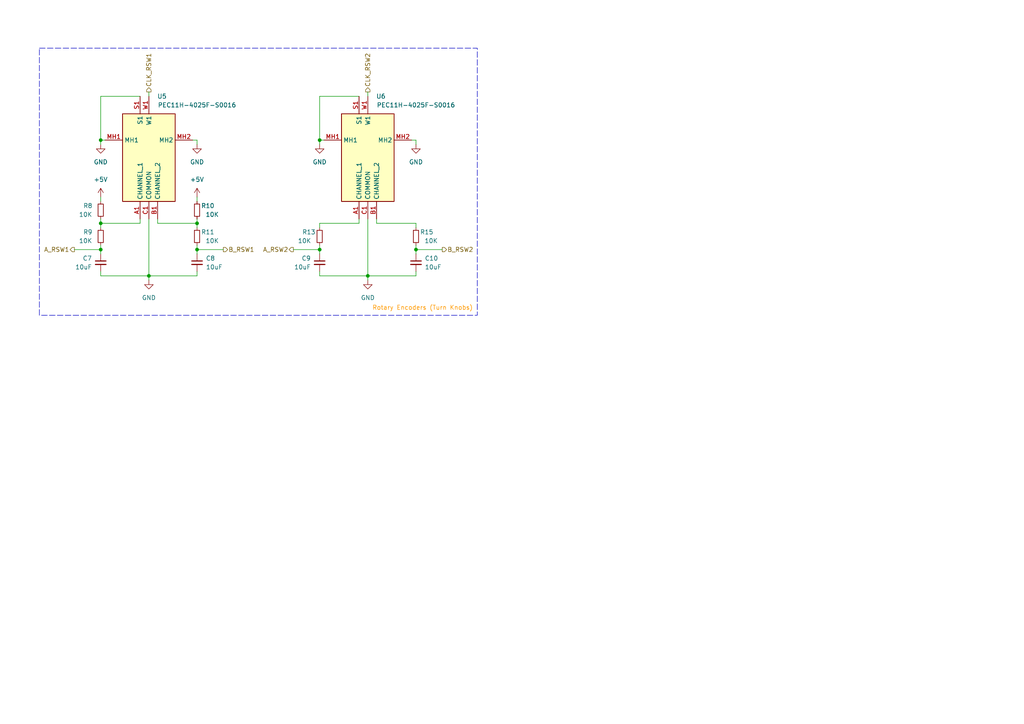
<source format=kicad_sch>
(kicad_sch (version 20230121) (generator eeschema)
  (paper "A4")
  (lib_symbols
    (symbol "Adam_Custom_Symbol_Bourns_PEC11H-4025F-S0016:PEC11H-4025F-S0016"
      (property "Reference" "U" (at 21.59 12.7 0))
      (property "Value" "PEC11H-4025F-S0016" (at 21.59 10.16 0))
      (symbol "PEC11H-4025F-S0016_1_1"
        (rectangle (start 5.08 7.62) (end 20.32 -17.78) (stroke (width 0.254)) (fill (type background)))
        (pin passive line (at 10.16 -22.86 90) (length 5.08) (name "CHANNEL_1") (number "A1"))
        (pin passive line (at 15.24 -22.86 90) (length 5.08) (name "CHANNEL_2") (number "B1"))
        (pin passive line (at 12.7 -22.86 90) (length 5.08) (name "COMMON") (number "C1"))
        (pin passive line (at 0 0 0) (length 5.08) (name "MH1") (number "MH1"))
        (pin passive line (at 25.4 0 180) (length 5.08) (name "MH2") (number "MH2"))
        (pin passive line (at 10.16 12.7 270) (length 5.08) (name "S1") (number "S1"))
        (pin passive line (at 12.7 12.7 270) (length 5.08) (name "W1") (number "W1"))
      )
    )
    (symbol "Device:C_Small" (pin_numbers hide) (pin_names (offset 0.254) hide)
      (property "Reference" "C" (at 0.254 1.778 0))
      (property "Value" "C_Small" (at 0.254 -2.032 0))
      (symbol "C_Small_0_1"
        (polyline (pts (xy -1.524 -0.508) (xy 1.524 -0.508)) (stroke (width 0.3302)))
        (polyline (pts (xy -1.524 0.508) (xy 1.524 0.508)) (stroke (width 0.3048)))
      )
      (symbol "C_Small_1_1"
        (pin passive line (at 0 2.54 270) (length 2.032) (name "~") (number "1"))
        (pin passive line (at 0 -2.54 90) (length 2.032) (name "~") (number "2"))
      )
    )
    (symbol "Device:R_Small" (pin_numbers hide) (pin_names (offset 0.254) hide)
      (property "Reference" "R" (at 0.762 0.508 0))
      (property "Value" "R_Small" (at 0.762 -1.016 0))
      (symbol "R_Small_0_1"
        (rectangle (start -0.762 1.778) (end 0.762 -1.778) (stroke (width 0.2032)))
      )
      (symbol "R_Small_1_1"
        (pin passive line (at 0 2.54 270) (length 0.762) (name "~") (number "1"))
        (pin passive line (at 0 -2.54 90) (length 0.762) (name "~") (number "2"))
      )
    )
    (symbol "power:+5V" (power) (pin_names (offset 0))
      (property "Value" "+5V" (at 0 3.556 0))
      (symbol "+5V_0_1"
        (polyline (pts (xy -0.762 1.27) (xy 0 2.54)))
        (polyline (pts (xy 0 0) (xy 0 2.54)))
        (polyline (pts (xy 0 2.54) (xy 0.762 1.27)))
      )
      (symbol "+5V_1_1"
        (pin power_in line (at 0 0 90) (length 0) hide (name "+5V") (number "1"))
      )
    )
    (symbol "power:GND" (power) (pin_names (offset 0))
      (property "Value" "GND" (at 0 -3.81 0))
      (symbol "GND_0_1"
        (polyline (pts (xy 0 0) (xy 0 -1.27) (xy 1.27 -1.27) (xy 0 -2.54) (xy -1.27 -1.27) (xy 0 -1.27)))
      )
      (symbol "GND_1_1"
        (pin power_in line (at 0 0 270) (length 0) hide (name "GND") (number "1"))
      )
    )
  )
  (junction (at 29.21 72.39))
  (junction (at 57.15 64.77))
  (junction (at 57.15 72.39))
  (junction (at 29.21 64.77))
  (junction (at 92.71 40.64))
  (junction (at 120.65 72.39))
  (junction (at 29.21 40.64))
  (junction (at 43.18 80.01))
  (junction (at 92.71 72.39))
  (junction (at 106.68 80.01))
  (wire (pts (xy 92.71 40.64) (xy 93.98 40.64)))
  (wire (pts (xy 57.15 72.39) (xy 64.77 72.39)))
  (wire (pts (xy 57.15 64.77) (xy 45.72 64.77)))
  (wire (pts (xy 29.21 72.39) (xy 29.21 73.66)))
  (wire (pts (xy 57.15 64.77) (xy 57.15 66.04)))
  (wire (pts (xy 57.15 57.15) (xy 57.15 58.42)))
  (wire (pts (xy 29.21 78.74) (xy 29.21 80.01)))
  (wire (pts (xy 92.71 71.12) (xy 92.71 72.39)))
  (wire (pts (xy 40.64 27.94) (xy 29.21 27.94)))
  (wire (pts (xy 106.68 63.5) (xy 106.68 80.01)))
  (wire (pts (xy 106.68 26.67) (xy 106.68 27.94)))
  (wire (pts (xy 120.65 78.74) (xy 120.65 80.01)))
  (wire (pts (xy 29.21 64.77) (xy 29.21 66.04)))
  (wire (pts (xy 120.65 71.12) (xy 120.65 72.39)))
  (wire (pts (xy 29.21 63.5) (xy 29.21 64.77)))
  (wire (pts (xy 29.21 71.12) (xy 29.21 72.39)))
  (wire (pts (xy 29.21 40.64) (xy 30.48 40.64)))
  (wire (pts (xy 57.15 71.12) (xy 57.15 72.39)))
  (wire (pts (xy 85.09 72.39) (xy 92.71 72.39)))
  (wire (pts (xy 92.71 80.01) (xy 106.68 80.01)))
  (wire (pts (xy 92.71 27.94) (xy 92.71 40.64)))
  (wire (pts (xy 92.71 41.91) (xy 92.71 40.64)))
  (wire (pts (xy 109.22 64.77) (xy 109.22 63.5)))
  (wire (pts (xy 57.15 78.74) (xy 57.15 80.01)))
  (wire (pts (xy 29.21 64.77) (xy 40.64 64.77)))
  (wire (pts (xy 57.15 63.5) (xy 57.15 64.77)))
  (wire (pts (xy 29.21 80.01) (xy 43.18 80.01)))
  (wire (pts (xy 57.15 40.64) (xy 57.15 41.91)))
  (wire (pts (xy 120.65 80.01) (xy 106.68 80.01)))
  (wire (pts (xy 29.21 57.15) (xy 29.21 58.42)))
  (wire (pts (xy 92.71 64.77) (xy 104.14 64.77)))
  (wire (pts (xy 55.88 40.64) (xy 57.15 40.64)))
  (wire (pts (xy 120.65 40.64) (xy 120.65 41.91)))
  (wire (pts (xy 21.59 72.39) (xy 29.21 72.39)))
  (wire (pts (xy 45.72 64.77) (xy 45.72 63.5)))
  (wire (pts (xy 104.14 63.5) (xy 104.14 64.77)))
  (wire (pts (xy 29.21 41.91) (xy 29.21 40.64)))
  (wire (pts (xy 92.71 78.74) (xy 92.71 80.01)))
  (wire (pts (xy 43.18 26.67) (xy 43.18 27.94)))
  (wire (pts (xy 120.65 64.77) (xy 109.22 64.77)))
  (wire (pts (xy 43.18 63.5) (xy 43.18 80.01)))
  (wire (pts (xy 119.38 40.64) (xy 120.65 40.64)))
  (wire (pts (xy 92.71 72.39) (xy 92.71 73.66)))
  (wire (pts (xy 57.15 80.01) (xy 43.18 80.01)))
  (wire (pts (xy 106.68 80.01) (xy 106.68 81.28)))
  (wire (pts (xy 120.65 64.77) (xy 120.65 66.04)))
  (wire (pts (xy 29.21 27.94) (xy 29.21 40.64)))
  (wire (pts (xy 120.65 72.39) (xy 128.27 72.39)))
  (wire (pts (xy 40.64 63.5) (xy 40.64 64.77)))
  (wire (pts (xy 43.18 80.01) (xy 43.18 81.28)))
  (wire (pts (xy 92.71 64.77) (xy 92.71 66.04)))
  (wire (pts (xy 104.14 27.94) (xy 92.71 27.94)))
  (wire (pts (xy 120.65 72.39) (xy 120.65 73.66)))
  (wire (pts (xy 57.15 72.39) (xy 57.15 73.66)))
  (rectangle (start 11.43 13.97) (end 138.43 91.44) (stroke (width 0) (type dash)))
  (text "Rotary Encoders (Turn Knobs)" (at 107.95 90.17 0) (effects (font (size 1.27 1.27)) (justify left bottom)))
  (hierarchical_label "B_RSW2" (shape output) (at 128.27 72.39 0))
  (hierarchical_label "CLK_RSW1" (shape output) (at 43.18 26.67 90))
  (hierarchical_label "A_RSW1" (shape output) (at 21.59 72.39 180))
  (hierarchical_label "A_RSW2" (shape output) (at 85.09 72.39 180))
  (hierarchical_label "CLK_RSW2" (shape output) (at 106.68 26.67 90))
  (hierarchical_label "B_RSW1" (shape output) (at 64.77 72.39 0))
  (symbol (lib_id "Device:R_Small") (at 92.71 68.58 0) (unit 1)
    (property "Reference" "R13" (at 87.63 67.31 0) (effects (justify left)))
    (property "Value" "10K" (at 86.36 69.85 0) (effects (justify left)))
    (property "Footprint" "Resistor_SMD:R_0603_1608Metric" (effects hide))
    (property "LCSC" "C25804" (effects hide))
    (instances (project "Universal Control Box" (path "" (reference "R13") (unit 1)) (path "" (reference "R12") (unit 1))) (project "Doorbell" (path "" (reference "R3") (unit 1))))
  )
  (symbol (lib_id "Adam_Custom_Symbol_Bourns_PEC11H-4025F-S0016:PEC11H-4025F-S0016") (at 93.98 40.64 0) (unit 1)
    (property "Reference" "U6" (at 110.49 27.94 0))
    (property "Value" "PEC11H-4025F-S0016" (at 120.65 30.48 0))
    (property "Footprint" "Adam_Custom_Footprints:PEC11H4025FS0016" (effects hide))
    (property "Datasheet" "https://componentsearchengine.com/Datasheets/2/PEC11H-4025F-S0016.pdf" (effects hide))
    (property "Height" "32" (effects hide))
    (property "Mouser Part Number" "652-PEC11H4025FS0016" (effects hide))
    (property "Mouser Price/Stock" "https://www.mouser.co.uk/ProductDetail/Bourns/PEC11H-4025F-S0016?qs=7MVldsJ5UayoVkAYK2ruoQ%3D%3D" (effects hide))
    (property "Manufacturer_Name" "Bourns" (effects hide))
    (property "Manufacturer_Part_Number" "PEC11H-4025F-S0016" (effects hide))
  )
  (symbol (lib_id "power:GND") (at 57.15 41.91 0) (unit 1)
    (property "Reference" "#PWR020" (effects hide))
    (property "Value" "GND" (at 57.15 46.99 0))
    (instances (project "Universal Control Box" (path "" (reference "#PWR020") (unit 1)) (path "" (reference "#PWR024") (unit 1))) (project "Doorbell" (path "" (reference "#PWR02") (unit 1))))
  )
  (symbol (lib_id "power:GND") (at 43.18 81.28 0) (unit 1)
    (property "Reference" "#PWR036" (effects hide))
    (property "Value" "GND" (at 43.18 86.36 0))
    (instances (project "Universal Control Box" (path "" (reference "#PWR036") (unit 1)) (path "" (reference "#PWR020") (unit 1))) (project "Doorbell" (path "" (reference "#PWR02") (unit 1))))
  )
  (symbol (lib_id "Device:R_Small") (at 57.15 60.96 0) (mirror y) (unit 1)
    (property "Reference" "R10" (at 62.23 59.69 0) (effects (justify left)))
    (property "Value" "10K" (at 63.5 62.23 0) (effects (justify left)))
    (property "Footprint" "Resistor_SMD:R_0603_1608Metric" (effects hide))
    (property "LCSC" "C25804" (effects hide))
    (instances (project "Universal Control Box" (path "" (reference "R10") (unit 1)) (path "" (reference "R10") (unit 1))) (project "Doorbell" (path "" (reference "R3") (unit 1))))
  )
  (symbol (lib_id "Device:R_Small") (at 120.65 68.58 0) (mirror y) (unit 1)
    (property "Reference" "R15" (at 125.73 67.31 0) (effects (justify left)))
    (property "Value" "10K" (at 127 69.85 0) (effects (justify left)))
    (property "Footprint" "Resistor_SMD:R_0603_1608Metric" (effects hide))
    (property "LCSC" "C25804" (effects hide))
    (instances (project "Universal Control Box" (path "" (reference "R15") (unit 1)) (path "" (reference "R13") (unit 1))) (project "Doorbell" (path "" (reference "R3") (unit 1))))
  )
  (symbol (lib_id "power:GND") (at 106.68 81.28 0) (unit 1)
    (property "Reference" "#PWR030" (effects hide))
    (property "Value" "GND" (at 106.68 86.36 0))
    (instances (project "Universal Control Box" (path "" (reference "#PWR030") (unit 1)) (path "" (reference "#PWR030") (unit 1))) (project "Doorbell" (path "" (reference "#PWR02") (unit 1))))
  )
  (symbol (lib_id "power:+5V") (at 29.21 57.15 0) (unit 1)
    (property "Reference" "#PWR09" (effects hide))
    (property "Value" "+5V" (at 29.21 52.07 0))
    (instances (project "Universal Control Box" (path "" (reference "#PWR09") (unit 1)) (path "" (reference "#PWR019") (unit 1))))
  )
  (symbol (lib_id "power:+5V") (at 57.15 57.15 0) (unit 1)
    (property "Reference" "#PWR019" (effects hide))
    (property "Value" "+5V" (at 57.15 52.07 0))
    (instances (project "Universal Control Box" (path "" (reference "#PWR019") (unit 1)) (path "" (reference "#PWR028") (unit 1))))
  )
  (symbol (lib_id "Device:R_Small") (at 57.15 68.58 0) (mirror y) (unit 1)
    (property "Reference" "R11" (at 62.23 67.31 0) (effects (justify left)))
    (property "Value" "10K" (at 63.5 69.85 0) (effects (justify left)))
    (property "Footprint" "Resistor_SMD:R_0603_1608Metric" (effects hide))
    (property "LCSC" "C25804" (effects hide))
    (instances (project "Universal Control Box" (path "" (reference "R11") (unit 1)) (path "" (reference "R11") (unit 1))) (project "Doorbell" (path "" (reference "R3") (unit 1))))
  )
  (symbol (lib_id "Device:R_Small") (at 29.21 60.96 0) (unit 1)
    (property "Reference" "R8" (at 24.13 59.69 0) (effects (justify left)))
    (property "Value" "10K" (at 22.86 62.23 0) (effects (justify left)))
    (property "Footprint" "Resistor_SMD:R_0603_1608Metric" (effects hide))
    (property "LCSC" "C25804" (effects hide))
    (instances (project "Universal Control Box" (path "" (reference "R8") (unit 1)) (path "" (reference "R8") (unit 1))) (project "Doorbell" (path "" (reference "R3") (unit 1))))
  )
  (symbol (lib_id "power:GND") (at 120.65 41.91 0) (unit 1)
    (property "Reference" "#PWR033" (effects hide))
    (property "Value" "GND" (at 120.65 46.99 0))
    (instances (project "Universal Control Box" (path "" (reference "#PWR033") (unit 1)) (path "" (reference "#PWR031") (unit 1))) (project "Doorbell" (path "" (reference "#PWR02") (unit 1))))
  )
  (symbol (lib_id "Device:C_Small") (at 92.71 76.2 0) (mirror y) (unit 1)
    (property "Reference" "C9" (at 90.17 74.93 0) (effects (justify left)))
    (property "Value" "10uF" (at 90.17 77.47 0) (effects (justify left)))
    (property "Footprint" "Capacitor_SMD:C_0603_1608Metric" (effects hide))
    (property "LCSC" "C96446" (effects hide))
    (instances (project "Universal Control Box" (path "" (reference "C9") (unit 1)) (path "" (reference "C9") (unit 1))) (project "Doorbell" (path "" (reference "C3") (unit 1))))
  )
  (symbol (lib_id "power:GND") (at 29.21 41.91 0) (unit 1)
    (property "Reference" "#PWR028" (effects hide))
    (property "Value" "GND" (at 29.21 46.99 0))
    (instances (project "Universal Control Box" (path "" (reference "#PWR028") (unit 1)) (path "" (reference "#PWR09") (unit 1))) (project "Doorbell" (path "" (reference "#PWR02") (unit 1))))
  )
  (symbol (lib_id "Device:R_Small") (at 29.21 68.58 0) (unit 1)
    (property "Reference" "R9" (at 24.13 67.31 0) (effects (justify left)))
    (property "Value" "10K" (at 22.86 69.85 0) (effects (justify left)))
    (property "Footprint" "Resistor_SMD:R_0603_1608Metric" (effects hide))
    (property "LCSC" "C25804" (effects hide))
    (instances (project "Universal Control Box" (path "" (reference "R9") (unit 1)) (path "" (reference "R9") (unit 1))) (project "Doorbell" (path "" (reference "R3") (unit 1))))
  )
  (symbol (lib_id "Device:C_Small") (at 29.21 76.2 0) (mirror y) (unit 1)
    (property "Reference" "C7" (at 26.67 74.93 0) (effects (justify left)))
    (property "Value" "10uF" (at 26.67 77.47 0) (effects (justify left)))
    (property "Footprint" "Capacitor_SMD:C_0603_1608Metric" (effects hide))
    (property "LCSC" "C96446" (effects hide))
    (instances (project "Universal Control Box" (path "" (reference "C7") (unit 1)) (path "" (reference "C7") (unit 1))) (project "Doorbell" (path "" (reference "C3") (unit 1))))
  )
  (symbol (lib_id "Device:C_Small") (at 57.15 76.2 0) (unit 1)
    (property "Reference" "C8" (at 59.69 74.93 0) (effects (justify left)))
    (property "Value" "10uF" (at 59.69 77.47 0) (effects (justify left)))
    (property "Footprint" "Capacitor_SMD:C_0603_1608Metric" (effects hide))
    (property "LCSC" "C96446" (effects hide))
    (instances (project "Universal Control Box" (path "" (reference "C8") (unit 1)) (path "" (reference "C8") (unit 1))) (project "Doorbell" (path "" (reference "C3") (unit 1))))
  )
  (symbol (lib_id "power:GND") (at 92.71 41.91 0) (unit 1)
    (property "Reference" "#PWR024" (effects hide))
    (property "Value" "GND" (at 92.71 46.99 0))
    (instances (project "Universal Control Box" (path "" (reference "#PWR024") (unit 1)) (path "" (reference "#PWR029") (unit 1))) (project "Doorbell" (path "" (reference "#PWR02") (unit 1))))
  )
  (symbol (lib_id "Adam_Custom_Symbol_Bourns_PEC11H-4025F-S0016:PEC11H-4025F-S0016") (at 30.48 40.64 0) (unit 1)
    (property "Reference" "U5" (at 46.99 27.94 0))
    (property "Value" "PEC11H-4025F-S0016" (at 57.15 30.48 0))
    (property "Footprint" "Adam_Custom_Footprints:PEC11H4025FS0016" (effects hide))
    (property "Datasheet" "https://componentsearchengine.com/Datasheets/2/PEC11H-4025F-S0016.pdf" (effects hide))
    (property "Height" "32" (effects hide))
    (property "Mouser Part Number" "652-PEC11H4025FS0016" (effects hide))
    (property "Mouser Price/Stock" "https://www.mouser.co.uk/ProductDetail/Bourns/PEC11H-4025F-S0016?qs=7MVldsJ5UayoVkAYK2ruoQ%3D%3D" (effects hide))
    (property "Manufacturer_Name" "Bourns" (effects hide))
    (property "Manufacturer_Part_Number" "PEC11H-4025F-S0016" (effects hide))
  )
  (symbol (lib_id "Device:C_Small") (at 120.65 76.2 0) (unit 1)
    (property "Reference" "C10" (at 123.19 74.93 0) (effects (justify left)))
    (property "Value" "10uF" (at 123.19 77.47 0) (effects (justify left)))
    (property "Footprint" "Capacitor_SMD:C_0603_1608Metric" (effects hide))
    (property "LCSC" "C96446" (effects hide))
    (instances (project "Universal Control Box" (path "" (reference "C10") (unit 1)) (path "" (reference "C10") (unit 1))) (project "Doorbell" (path "" (reference "C3") (unit 1))))
  )
)
</source>
